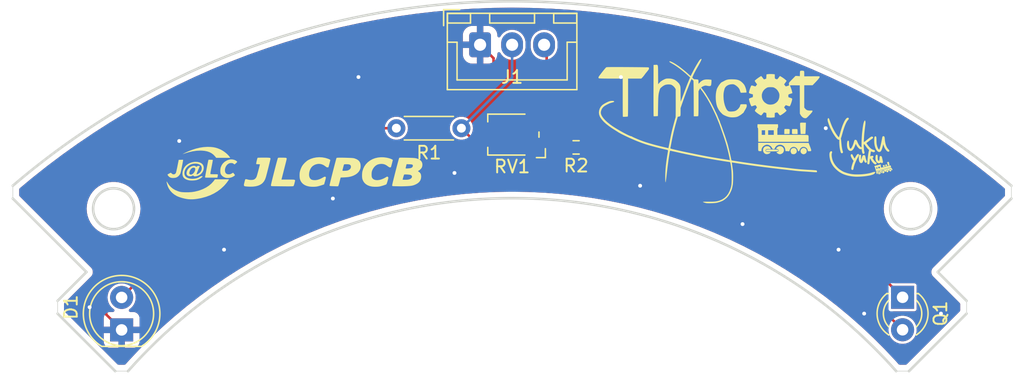
<source format=kicad_pcb>
(kicad_pcb (version 20240108) (generator "pcbnew") (generator_version "8.0")
  (layers (0 "F.Cu" signal) (31 "B.Cu" signal) (34 "B.Paste" user) (35 "F.Paste" user) (36 "B.SilkS" user "B.Silkscreen") (37 "F.SilkS" user "F.Silkscreen") (38 "B.Mask" user) (39 "F.Mask" user) (44 "Edge.Cuts" user))
  (net 0 "")
  (net 1 "Net-(D1-A)")
  (net 2 "VDD")
  (net 3 "Net-(Q1-E)")
  (net 4 "/BALL_IN")
  (net 5 "GND")
  (footprint "Logo:JLCPCB" (layer "F.Cu") (at 133 98)
    (property "Reference" "G***" (hide yes))
    (property "Value" "LOGO" (hide yes))
  )
  (footprint "Logo:Yukuyuku" (layer "F.Cu") (at 177 95.5)
    (property "Reference" "G***" (hide yes))
    (property "Value" "LOGO" (hide yes))
  )
  (footprint "LED_THT:LED_D3.0mm_Clear" (layer "F.Cu") (at 180.5 107.725 -90)
    (property "Reference" "Q1" (at 1.27 -2.96 90) (layer "F.SilkS"))
    (property "Value" "Q_Photo_NPN")
    (pad "1" thru_hole rect (at 0 0 270) (size 1.8 1.8) (drill 0.9) (layers "*.Cu" "*.Mask") (net 2 "VDD"))
    (pad "2" thru_hole circle (at 2.54 0 270) (size 1.8 1.8) (drill 0.9) (layers "*.Cu" "*.Mask") (net 3 "Net-(Q1-E)"))
  )
  (footprint "Resistor_SMD:R_0603_1608Metric" (layer "F.Cu") (at 155 96 180)
    (property "Reference" "R2" (at 0 -1.43 180) (layer "F.SilkS"))
    (property "Value" "2.2k")
    (pad "1" smd roundrect (at -0.825 0 180) (size 0.8 0.95) (layers "F.Cu" "F.Paste" "F.Mask") (net 3 "Net-(Q1-E)"))
    (pad "2" smd roundrect (at 0.825 0 180) (size 0.8 0.95) (layers "F.Cu" "F.Paste" "F.Mask") (net 4 "/BALL_IN"))
  )
  (footprint "Resistor_THT:R_Axial_DIN0204_L3.6mm_D1.6mm_P5.08mm_Horizontal" (layer "F.Cu") (at 146.04 94.5 180)
    (property "Reference" "R1" (at 2.54 -1.92 180) (layer "F.SilkS"))
    (property "Value" "75R")
    (pad "1" thru_hole circle (at 0 0 180) (size 1.4 1.4) (drill 0.7) (layers "*.Cu" "*.Mask") (net 2 "VDD"))
    (pad "2" thru_hole oval (at 5.08 0 180) (size 1.4 1.4) (drill 0.7) (layers "*.Cu" "*.Mask") (net 1 "Net-(D1-A)"))
  )
  (footprint "LED_THT:LED_D5.0mm" (layer "F.Cu") (at 119.5 110.275 90)
    (property "Reference" "D1" (at 1.775 -3.96 270) (layer "F.SilkS"))
    (property "Value" "LED")
    (pad "1" thru_hole rect (at 0 0 90) (size 1.8 1.8) (drill 0.9) (layers "*.Cu" "*.Mask") (net 5 "GND"))
    (pad "2" thru_hole circle (at 2.54 0 90) (size 1.8 1.8) (drill 0.9) (layers "*.Cu" "*.Mask") (net 1 "Net-(D1-A)"))
  )
  (footprint "Potentiometer_SMD:Potentiometer_Bourns_TC33X_Vertical" (layer "F.Cu") (at 150 95 180)
    (property "Reference" "RV1" (at 0 -2.5 180) (layer "F.SilkS"))
    (property "Value" "10k")
    (pad "1" smd rect (at -1.8 -1 180) (size 1.2 1.2) (layers "F.Cu" "F.Paste" "F.Mask") (net 4 "/BALL_IN"))
    (pad "2" smd rect (at 1.45 0 180) (size 1.5 1.6) (layers "F.Cu" "F.Paste" "F.Mask") (net 5 "GND"))
    (pad "3" smd rect (at -1.8 1 180) (size 1.2 1.2) (layers "F.Cu" "F.Paste" "F.Mask"))
  )
  (footprint "Logo:Thrcot" (layer "F.Cu") (at 165.5 91.5)
    (property "Reference" "G***" (hide yes))
    (property "Value" "LOGO" (hide yes))
  )
  (footprint "Connector_JST:JST_XH_B3B-XH-A_1x03_P2.50mm_Vertical" (layer "F.Cu") (at 147.5 87.975)
    (property "Reference" "J1" (at 2.5 2.525 0) (layer "F.SilkS"))
    (property "Value" "Conn_01x03")
    (pad "1" thru_hole roundrect (at 0 0) (size 1.7 1.95) (drill 0.95) (layers "*.Cu" "*.Mask") (roundrect_rratio 0.147059) (net 5 "GND"))
    (pad "2" thru_hole oval (at 2.5 0) (size 1.7 1.95) (drill 0.95) (layers "*.Cu" "*.Mask") (net 2 "VDD"))
    (pad "3" thru_hole oval (at 5 0) (size 1.7 1.95) (drill 0.95) (layers "*.Cu" "*.Mask") (net 4 "/BALL_IN"))
  )
  (gr_line (start 185.5 109) (end 181 113.5) (stroke (width 0.2)) (layer "Edge.Cuts"))
  (gr_circle (center 118.870058 100.798988) (end 120.470058 100.798988) (stroke (width 0.2)) (fill none) (layer "Edge.Cuts"))
  (gr_line (start 183.249998 105.749997) (end 185.5 108) (stroke (width 0.2)) (layer "Edge.Cuts"))
  (gr_line (start 189 100) (end 189 99) (stroke (width 0.05)) (layer "Edge.Cuts"))
  (gr_arc (start 111 99) (mid 150 84.57296) (end 189 99) (stroke (width 0.2)) (layer "Edge.Cuts"))
  (gr_circle (center 181.129942 100.798988) (end 182.729942 100.798988) (stroke (width 0.2)) (fill none) (layer "Edge.Cuts"))
  (gr_line (start 119 113.5) (end 114.5 109) (stroke (width 0.2)) (layer "Edge.Cuts"))
  (gr_line (start 179.999999 113.500001) (end 181 113.5) (stroke (width 0.05)) (layer "Edge.Cuts"))
  (gr_line (start 189 100) (end 183.249998 105.749997) (stroke (width 0.2)) (layer "Edge.Cuts"))
  (gr_line (start 119 113.5) (end 120.000001 113.500001) (stroke (width 0.05)) (layer "Edge.Cuts"))
  (gr_line (start 114.5 108) (end 114.5 109) (stroke (width 0.05)) (layer "Edge.Cuts"))
  (gr_line (start 185.5 108) (end 185.5 109) (stroke (width 0.05)) (layer "Edge.Cuts"))
  (gr_line (start 114.5 108) (end 116.750002 105.749997) (stroke (width 0.2)) (layer "Edge.Cuts"))
  (gr_arc (start 120 113.499999) (mid 150 99.971883) (end 179.999999 113.500001) (stroke (width 0.2)) (layer "Edge.Cuts"))
  (gr_line (start 116.750002 105.749997) (end 111 100) (stroke (width 0.2)) (layer "Edge.Cuts"))
  (gr_line (start 111 100) (end 111 99) (stroke (width 0.05)) (layer "Edge.Cuts"))
  (segment (start 132.735 94.5) (end 119.5 107.735) (width 0.2) (layer "F.Cu") (net 1))
  (segment (start 140.96 94.5) (end 132.735 94.5) (width 0.2) (layer "F.Cu") (net 1))
  (segment (start 147.64 96.1) (end 146.04 94.5) (width 0.2) (layer "F.Cu") (net 2))
  (segment (start 180.5 107.725) (end 168 95.225) (width 0.2) (layer "F.Cu") (net 2))
  (segment (start 154.462648 96.9) (end 150.9 96.9) (width 0.2) (layer "F.Cu") (net 2))
  (segment (start 168 95.225) (end 155.162352 95.225) (width 0.2) (layer "F.Cu") (net 2))
  (segment (start 150.1 96.1) (end 147.64 96.1) (width 0.2) (layer "F.Cu") (net 2))
  (segment (start 155.162352 95.225) (end 154.875 95.512352) (width 0.2) (layer "F.Cu") (net 2))
  (segment (start 154.875 96.487648) (end 154.462648 96.9) (width 0.2) (layer "F.Cu") (net 2))
  (segment (start 154.875 95.512352) (end 154.875 96.487648) (width 0.2) (layer "F.Cu") (net 2))
  (segment (start 150.9 96.9) (end 150.1 96.1) (width 0.2) (layer "F.Cu") (net 2))
  (segment (start 150 90.54) (end 150 87.975) (width 0.2) (layer "B.Cu") (net 2))
  (segment (start 146.04 94.5) (end 150 90.54) (width 0.2) (layer "B.Cu") (net 2))
  (segment (start 166.235 96) (end 180.5 110.265) (width 0.2) (layer "F.Cu") (net 3))
  (segment (start 155.825 96) (end 166.235 96) (width 0.2) (layer "F.Cu") (net 3))
  (segment (start 152.7 88.175) (end 152.5 87.975) (width 0.2) (layer "F.Cu") (net 4))
  (segment (start 152.7 95.1) (end 152.7 88.175) (width 0.2) (layer "F.Cu") (net 4))
  (segment (start 151.8 96) (end 152.7 95.1) (width 0.2) (layer "F.Cu") (net 4))
  (segment (start 154.175 96) (end 151.8 96) (width 0.2) (layer "F.Cu") (net 4))
  (segment (start 119.5 110.275) (end 118.3 109.075) (width 0.2) (layer "F.Cu") (net 5))
  (segment (start 118.3 107.237943) (end 132.037943 93.5) (width 0.2) (layer "F.Cu") (net 5))
  (segment (start 147.05 93.5) (end 148.55 95) (width 0.2) (layer "F.Cu") (net 5))
  (segment (start 148.55 89.025) (end 147.5 87.975) (width 0.2) (layer "F.Cu") (net 5))
  (segment (start 118.3 109.075) (end 118.3 107.237943) (width 0.2) (layer "F.Cu") (net 5))
  (segment (start 132.037943 93.5) (end 147.05 93.5) (width 0.2) (layer "F.Cu") (net 5))
  (segment (start 148.55 95) (end 148.55 89.025) (width 0.2) (layer "F.Cu") (net 5))
  (via (at 160 99) (size 0.6) (drill 0.3) (layers "F.Cu" "B.Cu") (net 5))
  (via (at 138 90.5) (size 0.6) (drill 0.3) (layers "F.Cu" "B.Cu") (net 5))
  (via (at 145.5 98) (size 0.6) (drill 0.3) (layers "F.Cu" "B.Cu") (net 5))
  (via (at 174.5 94.5) (size 0.6) (drill 0.3) (layers "F.Cu" "B.Cu") (net 5))
  (via (at 158.5 90.5) (size 0.6) (drill 0.3) (layers "F.Cu" "B.Cu") (net 5))
  (via (at 124 95.5) (size 0.6) (drill 0.3) (layers "F.Cu" "B.Cu") (net 5))
  (via (at 136 100) (size 0.6) (drill 0.3) (layers "F.Cu" "B.Cu") (net 5))
  (via (at 175.5 104) (size 0.6) (drill 0.3) (layers "F.Cu" "B.Cu") (net 5))
  (via (at 168 102) (size 0.6) (drill 0.3) (layers "F.Cu" "B.Cu") (net 5))
  (via (at 177.5 109) (size 0.6) (drill 0.3) (layers "F.Cu" "B.Cu") (net 5))
  (via (at 127.5 104) (size 0.6) (drill 0.3) (layers "F.Cu" "B.Cu") (net 5))
  (via (at 183.5 109) (size 0.6) (drill 0.3) (layers "F.Cu" "B.Cu") (net 5))
  (via (at 117 108.5) (size 0.6) (drill 0.3) (layers "F.Cu" "B.Cu") (net 5))
  (zone (net 5) (net_name "GND") (layers "F&B.Cu") (connect_pads (clearance 0.2)) (min_thickness 0.25) (fill yes (thermal_gap 0.5) (thermal_bridge_width 0.5))
    (polygon (pts (xy 110 115) (xy 110 85) (xy 190 85) (xy 190 115)))
  )
)
</source>
